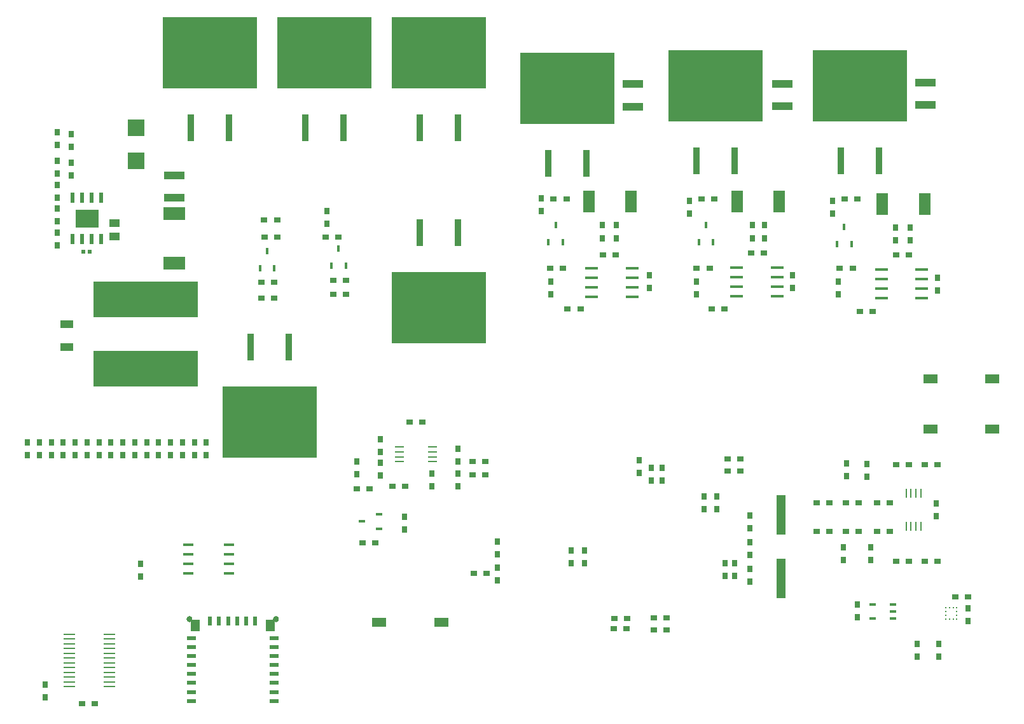
<source format=gbr>
G04 DipTrace 2.4.0.2*
%INTopPaste.gbr*%
%MOIN*%
%ADD31R,0.106X0.044*%
%ADD60R,0.057X0.044*%
%ADD61R,0.071X0.044*%
%ADD62R,0.022X0.024*%
%ADD63R,0.117X0.071*%
%ADD64R,0.551X0.187*%
%ADD67R,0.0236X0.0571*%
%ADD68R,0.122X0.0945*%
%ADD92R,0.0511X0.2085*%
%ADD94R,0.0629X0.0058*%
%ADD96R,0.0058X0.0058*%
%ADD98R,0.0353X0.0156*%
%ADD100R,0.0707X0.0156*%
%ADD102R,0.0333X0.0176*%
%ADD104R,0.0077X0.0471*%
%ADD106R,0.0471X0.0077*%
%ADD108R,0.0038X0.0511*%
%ADD110R,0.0511X0.0038*%
%ADD114R,0.0766X0.0511*%
%ADD116R,0.0629X0.118*%
%ADD118R,0.0176X0.0333*%
%ADD120R,0.492X0.372*%
%ADD122R,0.033X0.141*%
%ADD134R,0.0865X0.0865*%
%ADD136R,0.053X0.0156*%
%ADD140R,0.0353X0.0314*%
%ADD142R,0.0314X0.0353*%
%ADD144R,0.0511X0.0609*%
%ADD146R,0.0511X0.0235*%
%ADD148C,0.0314*%
%ADD150R,0.0235X0.0511*%
%FSLAX44Y44*%
G04*
G70*
G90*
G75*
G01*
%LNTopPaste*%
%LPD*%
D150*
X16315Y9565D3*
X15843D3*
X15370D3*
X14898D3*
X14425D3*
X13953D3*
D148*
X17398Y9663D3*
X12870D3*
D146*
X17299Y8679D3*
Y8207D3*
Y7734D3*
Y7262D3*
Y6789D3*
Y6317D3*
Y5845D3*
Y5372D3*
X12969Y8679D3*
Y8207D3*
Y7734D3*
Y7262D3*
Y6789D3*
Y6317D3*
Y5845D3*
Y5372D3*
D144*
X17102Y9319D3*
X13165D3*
D142*
X37071Y16915D3*
Y17584D3*
X36440Y17315D3*
Y17984D3*
X33571Y12602D3*
Y13272D3*
X32883Y12602D3*
Y13272D3*
D140*
X37883Y9102D3*
X37214D3*
X37883Y9727D3*
X37214D3*
D142*
X40933Y12594D3*
Y11924D3*
X41433Y12594D3*
Y11924D3*
D140*
X35146Y9690D3*
X35815D3*
X35105Y9150D3*
X35775D3*
D142*
X37628Y16940D3*
Y17609D3*
X42258Y14415D3*
Y15084D3*
D140*
X28440Y12065D3*
X27771D3*
D142*
X42258Y12290D3*
Y11621D3*
X47315Y17821D3*
Y17151D3*
X21630Y17937D3*
Y17268D3*
X48377Y17128D3*
Y17797D3*
X25571Y17310D3*
Y16640D3*
X52002Y15065D3*
Y15734D3*
X47128Y12758D3*
Y13427D3*
X48565Y13445D3*
Y12776D3*
D140*
X25070Y19997D3*
X24401D3*
D142*
X5940Y35190D3*
Y34521D3*
D140*
X21940Y13669D3*
X22609D3*
D142*
X24133Y15038D3*
Y14369D3*
D140*
X50566Y28752D3*
X49897D3*
X42981Y28850D3*
X42311D3*
X35201Y28777D3*
X34532D3*
D31*
X51440Y36628D3*
Y37808D3*
X43940Y36565D3*
Y37745D3*
X36100Y36540D3*
Y37720D3*
D142*
X44480Y27043D3*
Y27712D3*
X36970Y27019D3*
Y27688D3*
X52065Y26896D3*
Y27565D3*
X47869Y10430D3*
Y9760D3*
X53690Y9565D3*
Y10234D3*
D140*
X53002Y10815D3*
X53672D3*
X7231Y5226D3*
X7900D3*
D136*
X14941Y12062D3*
Y12562D3*
Y13062D3*
Y13562D3*
X12815D3*
Y13062D3*
Y12562D3*
Y12062D3*
D140*
X22315Y16503D3*
X21646D3*
X45757Y15750D3*
X46426D3*
X28380Y17937D3*
X27711D3*
X45757Y14250D3*
X46426D3*
D134*
X10065Y33690D3*
Y35422D3*
D140*
X32693Y25938D3*
X33362D3*
X40256D3*
X40926D3*
X48007Y25813D3*
X48676D3*
D142*
X13754Y18261D3*
Y18931D3*
X13128Y18256D3*
Y18925D3*
X12503Y18261D3*
Y18931D3*
X11878Y18261D3*
Y18931D3*
X11253Y18261D3*
Y18931D3*
X10628Y18261D3*
Y18931D3*
X10003Y18261D3*
Y18931D3*
X9378Y18261D3*
Y18931D3*
X8753Y18261D3*
Y18931D3*
X8128Y18261D3*
Y18931D3*
X7503Y18261D3*
Y18931D3*
X6878Y18261D3*
Y18931D3*
X6253Y18261D3*
Y18931D3*
X5628Y18261D3*
Y18931D3*
X5003Y18261D3*
Y18931D3*
X4378Y18261D3*
Y18931D3*
D122*
X12940Y35440D3*
X14940D3*
D120*
X13940Y39380D3*
D122*
X26940Y29940D3*
X24940D3*
D120*
X25940Y26000D3*
D122*
X18940Y35440D3*
X20940D3*
D120*
X19940Y39380D3*
D118*
X20315Y28190D3*
X21063D3*
X20689Y29096D3*
D122*
X18065Y23940D3*
X16065D3*
D120*
X17065Y20000D3*
D122*
X24940Y35440D3*
X26940D3*
D120*
X25940Y39380D3*
D118*
X16565Y28065D3*
X17313D3*
X16939Y28971D3*
D122*
X47002Y33690D3*
X49002D3*
D120*
X48002Y37630D3*
D122*
X39440Y33690D3*
X41440D3*
D120*
X40440Y37630D3*
D122*
X31690Y33565D3*
X33690D3*
D120*
X32690Y37505D3*
D118*
X46815Y29315D3*
X47563D3*
X47189Y30221D3*
X39565Y29440D3*
X40313D3*
X39939Y30346D3*
X31690Y29440D3*
X32438D3*
X32064Y30346D3*
D142*
X29002Y13065D3*
Y13734D3*
Y11690D3*
Y12359D3*
X42258Y13040D3*
Y13709D3*
X10316Y12562D3*
Y11893D3*
D140*
X52065Y17758D3*
X51396D3*
D142*
X22880Y18437D3*
Y19107D3*
D140*
X23508Y16622D3*
X24177D3*
D142*
X26946Y17935D3*
Y18604D3*
D140*
X47940Y15758D3*
X47271D3*
X49565D3*
X48896D3*
X28383Y17247D3*
X27714D3*
D142*
X22880Y17187D3*
Y17857D3*
D140*
X50565Y17758D3*
X49896D3*
D142*
X26946Y16622D3*
Y17291D3*
D140*
X52066Y12695D3*
X51396D3*
X47940Y14258D3*
X47271D3*
X49565D3*
X48896D3*
X50566Y12695D3*
X49896D3*
D142*
X20065Y31065D3*
Y30396D3*
D140*
X20690Y29690D3*
X20021D3*
X21065Y26690D3*
X20396D3*
X21065Y27440D3*
X20396D3*
X16793Y30605D3*
X17462D3*
X16815Y29690D3*
X17484D3*
D142*
X6690Y34440D3*
Y35109D3*
D140*
X17315Y26502D3*
X16646D3*
X17315Y27315D3*
X16646D3*
D142*
X50627Y30190D3*
Y29521D3*
X43002Y30315D3*
Y29646D3*
X35252Y30315D3*
Y29646D3*
D116*
X49190Y31440D3*
X51395D3*
X41565Y31563D3*
X43770D3*
X33815Y31561D3*
X36020D3*
D142*
X49877Y30190D3*
Y29521D3*
X42377Y30315D3*
Y29646D3*
X34502Y30315D3*
Y29646D3*
D140*
X47877Y31690D3*
X47208D3*
X40377D3*
X39708D3*
X32627D3*
X31958D3*
D142*
X46565Y30940D3*
Y31609D3*
X39065Y30940D3*
Y31609D3*
X31315Y31065D3*
Y31734D3*
X46877Y26690D3*
Y27359D3*
X39440Y26690D3*
Y27359D3*
X31815Y26690D3*
Y27359D3*
D140*
X40127Y28065D3*
X39458D3*
X32440D3*
X31771D3*
X47627D3*
X46958D3*
D142*
X51003Y8378D3*
Y7708D3*
X52128Y8378D3*
Y7708D3*
X5315Y6230D3*
Y5561D3*
D114*
X26068Y9500D3*
X22816D3*
X51694Y22251D3*
X54946D3*
X51694Y19626D3*
X54946D3*
D110*
X35071Y14727D3*
Y14530D3*
Y14334D3*
Y14137D3*
Y13940D3*
Y13743D3*
Y13546D3*
Y13349D3*
Y13153D3*
Y12956D3*
Y12759D3*
Y12562D3*
Y12365D3*
Y12168D3*
Y11971D3*
Y11775D3*
D108*
X35838Y11007D3*
X36035D3*
X36232D3*
X36429D3*
X36626D3*
X36823D3*
X37020D3*
X37216D3*
X37413D3*
X37610D3*
X37807D3*
X38004D3*
X38201D3*
X38398D3*
X38594D3*
X38791D3*
D110*
X39559Y11775D3*
Y11971D3*
Y12168D3*
Y12365D3*
Y12562D3*
Y12759D3*
Y12956D3*
Y13153D3*
Y13349D3*
Y13546D3*
Y13743D3*
Y13940D3*
Y14137D3*
Y14334D3*
Y14530D3*
Y14727D3*
D108*
X38791Y15495D3*
X38594D3*
X38398D3*
X38201D3*
X38004D3*
X37807D3*
X37610D3*
X37413D3*
X37216D3*
X37020D3*
X36823D3*
X36626D3*
X36429D3*
X36232D3*
X36035D3*
X35838D3*
D106*
X23880Y18687D3*
Y18432D3*
Y18176D3*
Y17920D3*
X25612D3*
Y18176D3*
Y18432D3*
Y18687D3*
D104*
X51195Y16250D3*
X50939D3*
X50683D3*
X50427D3*
Y14517D3*
X50683D3*
X50939D3*
X51195D3*
D102*
X22820Y14413D3*
Y15161D3*
X21915Y14787D3*
D100*
X49128Y28002D3*
Y27502D3*
Y27002D3*
Y26502D3*
X51254D3*
Y27002D3*
Y27502D3*
Y28002D3*
X41543Y28100D3*
Y27600D3*
Y27100D3*
Y26600D3*
X43669D3*
Y27100D3*
Y27600D3*
Y28100D3*
X33940Y28065D3*
Y27565D3*
Y27065D3*
Y26565D3*
X36066D3*
Y27065D3*
Y27565D3*
Y28065D3*
D98*
X49752Y9690D3*
Y10064D3*
Y10438D3*
X48690D3*
Y9690D3*
D96*
X52503Y10252D3*
Y10056D3*
Y9859D3*
Y9662D3*
X52699D3*
X52896D3*
X53093D3*
Y9859D3*
Y10056D3*
Y10252D3*
X52896D3*
X52699D3*
D94*
X8690Y6124D3*
Y6374D3*
Y6624D3*
Y6874D3*
Y7124D3*
Y7374D3*
Y7624D3*
Y7874D3*
Y8124D3*
Y8374D3*
Y8624D3*
Y8874D3*
X6565D3*
Y8624D3*
Y8374D3*
Y8124D3*
Y7874D3*
Y7624D3*
Y7374D3*
Y7124D3*
Y6874D3*
Y6624D3*
Y6374D3*
Y6124D3*
D92*
X43883Y11790D3*
Y15136D3*
D142*
X39841Y15415D3*
Y16084D3*
D140*
X41756Y18062D3*
X41087D3*
D142*
X40506Y15437D3*
Y16106D3*
D140*
X41756Y17437D3*
X41087D3*
D60*
X8940Y30440D3*
Y29730D3*
D31*
X12065Y32940D3*
Y31760D3*
D61*
X6440Y23940D3*
Y25120D3*
D62*
X7315Y28940D3*
X7645D3*
D63*
X12065Y28315D3*
Y30925D3*
D64*
X10565Y26440D3*
Y22800D3*
D142*
X6690Y32940D3*
Y33609D3*
X5940Y29940D3*
Y29271D3*
Y32440D3*
Y31771D3*
Y33690D3*
Y33021D3*
Y31190D3*
Y30521D3*
D67*
X8251Y31750D3*
X7751D3*
X7251D3*
X6751D3*
Y29604D3*
X7251D3*
X7751D3*
X8251D3*
D68*
X7501Y30677D3*
M02*

</source>
